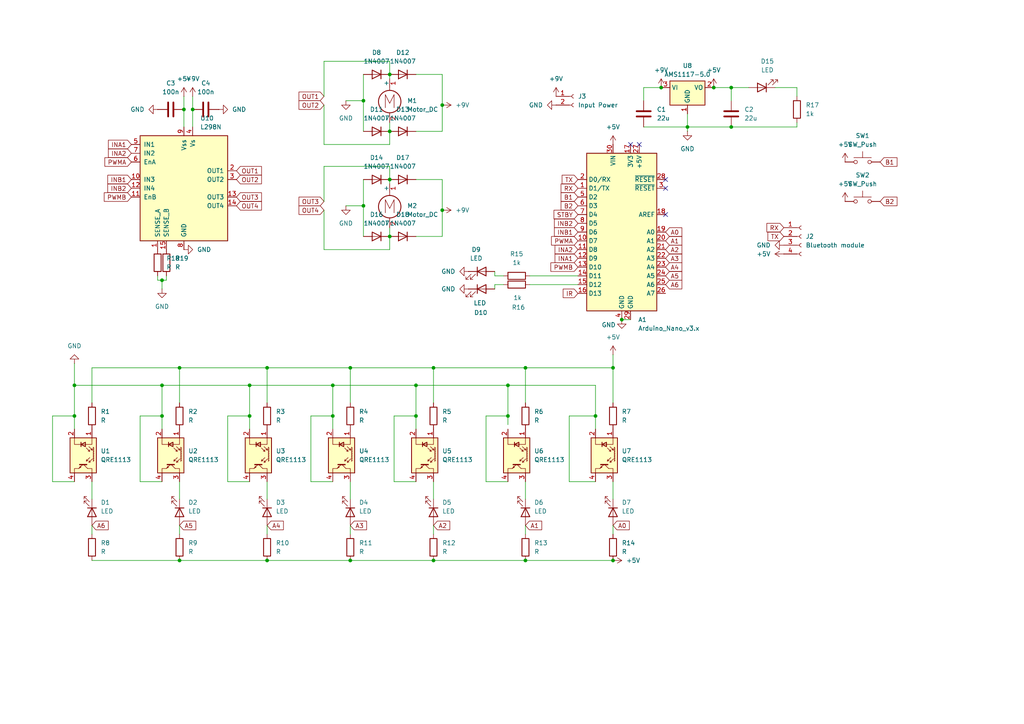
<source format=kicad_sch>
(kicad_sch (version 20231120) (generator "eeschema") (generator_version "8.0")
  (paper "A4")
  (title_block (title "LFR PCB with IR array") (date "2024-07-30") (rev "2.0") (company "BRAC University Robotics Lab. By Al Mahir Ahmed"))
  (lib_symbols
    (symbol "Connector:Conn_01x02_Socket" (pin_names (offset 1.016) hide)
      (property "Reference" "J" (at 0 2.54 0))
      (property "Value" "Conn_01x02_Socket" (at 0 -5.08 0))
      (symbol "Conn_01x02_Socket_1_1"
        (pin passive line (at -5.08 0 0) (length 3.81) (name "Pin_1") (number "1"))
        (pin passive line (at -5.08 -2.54 0) (length 3.81) (name "Pin_2") (number "2"))
      )
    )
    (symbol "Connector:Conn_01x04_Socket" (pin_names (offset 1.016) hide)
      (property "Reference" "J" (at 0 5.08 0))
      (property "Value" "Conn_01x04_Socket" (at 0 -7.62 0))
      (symbol "Conn_01x04_Socket_1_1"
        (pin passive line (at -5.08 2.54 0) (length 3.81) (name "Pin_1") (number "1"))
        (pin passive line (at -5.08 0 0) (length 3.81) (name "Pin_2") (number "2"))
        (pin passive line (at -5.08 -2.54 0) (length 3.81) (name "Pin_3") (number "3"))
        (pin passive line (at -5.08 -5.08 0) (length 3.81) (name "Pin_4") (number "4"))
      )
    )
    (symbol "Device:C" (pin_numbers hide) (pin_names (offset 0.254))
      (property "Reference" "C" (at 0.635 2.54 0))
      (property "Value" "C" (at 0.635 -2.54 0))
      (symbol "C_1_1"
        (pin passive line (at 0 3.81 270) (length 2.794) (name "~") (number "1"))
        (pin passive line (at 0 -3.81 90) (length 2.794) (name "~") (number "2"))
      )
    )
    (symbol "Device:LED" (pin_numbers hide) (pin_names (offset 1.016) hide)
      (property "Reference" "D" (at 0 2.54 0))
      (property "Value" "LED" (at 0 -2.54 0))
      (symbol "LED_1_1"
        (pin passive line (at -3.81 0 0) (length 2.54) (name "K") (number "1"))
        (pin passive line (at 3.81 0 180) (length 2.54) (name "A") (number "2"))
      )
    )
    (symbol "Device:R" (pin_numbers hide) (pin_names (offset 0))
      (property "Reference" "R" (at 2.032 0 90))
      (property "Value" "R" (at 0 0 90))
      (symbol "R_1_1"
        (pin passive line (at 0 3.81 270) (length 1.27) (name "~") (number "1"))
        (pin passive line (at 0 -3.81 90) (length 1.27) (name "~") (number "2"))
      )
    )
    (symbol "Diode:1N4007" (pin_numbers hide) (pin_names hide)
      (property "Reference" "D" (at 0 2.54 0))
      (property "Value" "1N4007" (at 0 -2.54 0))
      (symbol "1N4007_1_1"
        (pin passive line (at -3.81 0 0) (length 2.54) (name "K") (number "1"))
        (pin passive line (at 3.81 0 180) (length 2.54) (name "A") (number "2"))
      )
    )
    (symbol "Driver_Motor:L298N" (pin_names (offset 1.016))
      (property "Reference" "U" (at -10.16 16.51 0))
      (property "Value" "L298N" (at 12.7 16.51 0))
      (symbol "L298N_1_1"
        (pin power_in line (at -7.62 -17.78 90) (length 2.54) (name "SENSE_A") (number "1"))
        (pin input line (at -15.24 2.54 0) (length 2.54) (name "IN3") (number "10"))
        (pin input line (at -15.24 -2.54 0) (length 2.54) (name "EnB") (number "11"))
        (pin input line (at -15.24 0 0) (length 2.54) (name "IN4") (number "12"))
        (pin output line (at 15.24 -2.54 180) (length 2.54) (name "OUT3") (number "13"))
        (pin output line (at 15.24 -5.08 180) (length 2.54) (name "OUT4") (number "14"))
        (pin power_in line (at -5.08 -17.78 90) (length 2.54) (name "SENSE_B") (number "15"))
        (pin output line (at 15.24 5.08 180) (length 2.54) (name "OUT1") (number "2"))
        (pin output line (at 15.24 2.54 180) (length 2.54) (name "OUT2") (number "3"))
        (pin power_in line (at 2.54 17.78 270) (length 2.54) (name "Vs") (number "4"))
        (pin input line (at -15.24 12.7 0) (length 2.54) (name "IN1") (number "5"))
        (pin input line (at -15.24 7.62 0) (length 2.54) (name "EnA") (number "6"))
        (pin input line (at -15.24 10.16 0) (length 2.54) (name "IN2") (number "7"))
        (pin power_in line (at 0 -17.78 90) (length 2.54) (name "GND") (number "8"))
        (pin power_in line (at 0 17.78 270) (length 2.54) (name "Vss") (number "9"))
      )
    )
    (symbol "MCU_Module:Arduino_Nano_v3.x"
      (property "Reference" "A" (at -10.16 23.495 0))
      (property "Value" "Arduino_Nano_v3.x" (at 5.08 -24.13 0))
      (symbol "Arduino_Nano_v3.x_1_1"
        (pin bidirectional line (at -12.7 12.7 0) (length 2.54) (name "D1/TX") (number "1"))
        (pin bidirectional line (at -12.7 -2.54 0) (length 2.54) (name "D7") (number "10"))
        (pin bidirectional line (at -12.7 -5.08 0) (length 2.54) (name "D8") (number "11"))
        (pin bidirectional line (at -12.7 -7.62 0) (length 2.54) (name "D9") (number "12"))
        (pin bidirectional line (at -12.7 -10.16 0) (length 2.54) (name "D10") (number "13"))
        (pin bidirectional line (at -12.7 -12.7 0) (length 2.54) (name "D11") (number "14"))
        (pin bidirectional line (at -12.7 -15.24 0) (length 2.54) (name "D12") (number "15"))
        (pin bidirectional line (at -12.7 -17.78 0) (length 2.54) (name "D13") (number "16"))
        (pin power_out line (at 2.54 25.4 270) (length 2.54) (name "3V3") (number "17"))
        (pin input line (at 12.7 5.08 180) (length 2.54) (name "AREF") (number "18"))
        (pin bidirectional line (at 12.7 0 180) (length 2.54) (name "A0") (number "19"))
        (pin bidirectional line (at -12.7 15.24 0) (length 2.54) (name "D0/RX") (number "2"))
        (pin bidirectional line (at 12.7 -2.54 180) (length 2.54) (name "A1") (number "20"))
        (pin bidirectional line (at 12.7 -5.08 180) (length 2.54) (name "A2") (number "21"))
        (pin bidirectional line (at 12.7 -7.62 180) (length 2.54) (name "A3") (number "22"))
        (pin bidirectional line (at 12.7 -10.16 180) (length 2.54) (name "A4") (number "23"))
        (pin bidirectional line (at 12.7 -12.7 180) (length 2.54) (name "A5") (number "24"))
        (pin bidirectional line (at 12.7 -15.24 180) (length 2.54) (name "A6") (number "25"))
        (pin bidirectional line (at 12.7 -17.78 180) (length 2.54) (name "A7") (number "26"))
        (pin power_out line (at 5.08 25.4 270) (length 2.54) (name "+5V") (number "27"))
        (pin input line (at 12.7 15.24 180) (length 2.54) (name "~{RESET}") (number "28"))
        (pin power_in line (at 2.54 -25.4 90) (length 2.54) (name "GND") (number "29"))
        (pin input line (at 12.7 12.7 180) (length 2.54) (name "~{RESET}") (number "3"))
        (pin power_in line (at -2.54 25.4 270) (length 2.54) (name "VIN") (number "30"))
        (pin power_in line (at 0 -25.4 90) (length 2.54) (name "GND") (number "4"))
        (pin bidirectional line (at -12.7 10.16 0) (length 2.54) (name "D2") (number "5"))
        (pin bidirectional line (at -12.7 7.62 0) (length 2.54) (name "D3") (number "6"))
        (pin bidirectional line (at -12.7 5.08 0) (length 2.54) (name "D4") (number "7"))
        (pin bidirectional line (at -12.7 2.54 0) (length 2.54) (name "D5") (number "8"))
        (pin bidirectional line (at -12.7 0 0) (length 2.54) (name "D6") (number "9"))
      )
    )
    (symbol "Motor:Motor_DC" (pin_names (offset 0))
      (property "Reference" "M" (at 2.54 2.54 0))
      (property "Value" "Motor_DC" (at 2.54 -5.08 0))
      (symbol "Motor_DC_1_1"
        (pin passive line (at 0 5.08 270) (length 2.54) (name "+") (number "1"))
        (pin passive line (at 0 -7.62 90) (length 2.54) (name "-") (number "2"))
      )
    )
    (symbol "Regulator_Linear:AMS1117-5.0"
      (property "Reference" "U" (at -3.81 3.175 0))
      (property "Value" "AMS1117-5.0" (at 0 3.175 0))
      (symbol "AMS1117-5.0_1_1"
        (pin power_in line (at 0 -7.62 90) (length 2.54) (name "GND") (number "1"))
        (pin power_out line (at 7.62 0 180) (length 2.54) (name "VO") (number "2"))
        (pin power_in line (at -7.62 0 0) (length 2.54) (name "VI") (number "3"))
      )
    )
    (symbol "Sensor_Proximity:QRE1113" (pin_names (offset 0.0254) hide)
      (property "Reference" "U" (at -3.81 5.08 0))
      (property "Value" "QRE1113" (at 8.89 5.08 0))
      (symbol "QRE1113_1_1"
        (pin passive line (at -7.62 2.54 0) (length 2.54) (name "A") (number "1"))
        (pin passive line (at -7.62 -2.54 0) (length 2.54) (name "K") (number "2"))
        (pin open_collector line (at 7.62 2.54 180) (length 2.54) (name "~") (number "3"))
        (pin open_emitter line (at 7.62 -2.54 180) (length 2.54) (name "~") (number "4"))
      )
    )
    (symbol "Switch:SW_Push" (pin_numbers hide) (pin_names (offset 1.016) hide)
      (property "Reference" "SW" (at 1.27 2.54 0))
      (property "Value" "SW_Push" (at 0 -1.524 0))
      (symbol "SW_Push_0_1"
        (pin passive line (at -5.08 0 0) (length 2.54) (name "1") (number "1"))
        (pin passive line (at 5.08 0 180) (length 2.54) (name "2") (number "2"))
      )
    )
    (symbol "power:+5V" (power) (pin_numbers hide) (pin_names (offset 0) hide)
      (property "Value" "+5V" (at 0 3.556 0))
      (symbol "+5V_1_1"
        (pin power_in line (at 0 0 90) (length 0) (name "~") (number "1"))
      )
    )
    (symbol "power:+9V" (power) (pin_numbers hide) (pin_names (offset 0) hide)
      (property "Value" "+9V" (at 0 3.556 0))
      (symbol "+9V_1_1"
        (pin power_in line (at 0 0 90) (length 0) (name "~") (number "1"))
      )
    )
    (symbol "power:GND" (power) (pin_numbers hide) (pin_names (offset 0) hide)
      (property "Value" "GND" (at 0 -3.81 0))
      (symbol "GND_1_1"
        (pin power_in line (at 0 0 270) (length 0) (name "~") (number "1"))
      )
    )
  )
  (junction (at 152.4 162.56))
  (junction (at 101.6 106.68))
  (junction (at 46.99 111.76))
  (junction (at 152.4 106.68))
  (junction (at 46.99 120.65))
  (junction (at 72.39 120.65))
  (junction (at 52.07 106.68))
  (junction (at 191.77 25.4))
  (junction (at 72.39 111.76))
  (junction (at 55.88 31.75))
  (junction (at 147.32 120.65))
  (junction (at 113.03 52.07))
  (junction (at 120.65 111.76))
  (junction (at 177.8 162.56))
  (junction (at 53.34 31.75))
  (junction (at 199.39 36.83))
  (junction (at 105.41 29.21))
  (junction (at 120.65 120.65))
  (junction (at 113.03 21.59))
  (junction (at 177.8 106.68))
  (junction (at 105.41 59.69))
  (junction (at 77.47 162.56))
  (junction (at 212.09 36.83))
  (junction (at 96.52 120.65))
  (junction (at 147.32 111.76))
  (junction (at 128.27 60.96))
  (junction (at 180.34 92.71))
  (junction (at 125.73 106.68))
  (junction (at 128.27 30.48))
  (junction (at 96.52 111.76))
  (junction (at 172.72 120.65))
  (junction (at 21.59 111.76))
  (junction (at 113.03 68.58))
  (junction (at 212.09 25.4))
  (junction (at 52.07 162.56))
  (junction (at 207.01 25.4))
  (junction (at 46.99 81.28))
  (junction (at 101.6 162.56))
  (junction (at 125.73 162.56))
  (junction (at 113.03 38.1))
  (junction (at 21.59 120.65))
  (junction (at 77.47 106.68))
  (no_connect (at 193.04 62.23))
  (no_connect (at 185.42 41.91))
  (no_connect (at 193.04 52.07))
  (no_connect (at 193.04 54.61))
  (no_connect (at 182.88 41.91))
  (wire (pts (xy 26.67 162.56) (xy 52.07 162.56)))
  (wire (pts (xy 21.59 111.76) (xy 21.59 120.65)))
  (wire (pts (xy 172.72 120.65) (xy 172.72 111.76)))
  (wire (pts (xy 128.27 38.1) (xy 120.65 38.1)))
  (wire (pts (xy 77.47 106.68) (xy 101.6 106.68)))
  (wire (pts (xy 21.59 120.65) (xy 21.59 124.46)))
  (wire (pts (xy 101.6 162.56) (xy 125.73 162.56)))
  (wire (pts (xy 113.03 72.39) (xy 113.03 68.58)))
  (wire (pts (xy 26.67 106.68) (xy 52.07 106.68)))
  (wire (pts (xy 100.33 59.69) (xy 105.41 59.69)))
  (wire (pts (xy 72.39 111.76) (xy 72.39 120.65)))
  (wire (pts (xy 52.07 144.78) (xy 52.07 139.7)))
  (wire (pts (xy 46.99 81.28) (xy 48.26 81.28)))
  (wire (pts (xy 93.98 48.26) (xy 113.03 48.26)))
  (wire (pts (xy 120.65 111.76) (xy 120.65 120.65)))
  (wire (pts (xy 125.73 162.56) (xy 152.4 162.56)))
  (wire (pts (xy 212.09 25.4) (xy 217.17 25.4)))
  (wire (pts (xy 199.39 33.02) (xy 199.39 36.83)))
  (wire (pts (xy 147.32 120.65) (xy 147.32 111.76)))
  (wire (pts (xy 101.6 144.78) (xy 101.6 139.7)))
  (wire (pts (xy 48.26 81.28) (xy 48.26 80.01)))
  (wire (pts (xy 45.72 80.01) (xy 45.72 81.28)))
  (wire (pts (xy 120.65 111.76) (xy 96.52 111.76)))
  (wire (pts (xy 224.79 25.4) (xy 231.14 25.4)))
  (wire (pts (xy 113.03 41.91) (xy 113.03 38.1)))
  (wire (pts (xy 120.65 120.65) (xy 120.65 124.46)))
  (wire (pts (xy 128.27 30.48) (xy 128.27 38.1)))
  (wire (pts (xy 177.8 102.87) (xy 177.8 106.68)))
  (wire (pts (xy 46.99 81.28) (xy 46.99 83.82)))
  (wire (pts (xy 105.41 21.59) (xy 105.41 29.21)))
  (wire (pts (xy 120.65 139.7) (xy 114.3 139.7)))
  (wire (pts (xy 53.34 27.94) (xy 53.34 31.75)))
  (wire (pts (xy 177.8 152.4) (xy 177.8 154.94)))
  (wire (pts (xy 231.14 25.4) (xy 231.14 27.94)))
  (wire (pts (xy 113.03 68.58) (xy 113.03 66.04)))
  (wire (pts (xy 21.59 139.7) (xy 15.24 139.7)))
  (wire (pts (xy 191.77 25.4) (xy 186.69 25.4)))
  (wire (pts (xy 147.32 111.76) (xy 172.72 111.76)))
  (wire (pts (xy 15.24 120.65) (xy 21.59 120.65)))
  (wire (pts (xy 101.6 152.4) (xy 101.6 154.94)))
  (wire (pts (xy 207.01 25.4) (xy 212.09 25.4)))
  (wire (pts (xy 140.97 120.65) (xy 147.32 120.65)))
  (wire (pts (xy 105.41 29.21) (xy 105.41 38.1)))
  (wire (pts (xy 96.52 139.7) (xy 90.17 139.7)))
  (wire (pts (xy 66.04 120.65) (xy 72.39 120.65)))
  (wire (pts (xy 147.32 139.7) (xy 140.97 139.7)))
  (wire (pts (xy 96.52 120.65) (xy 96.52 124.46)))
  (wire (pts (xy 128.27 68.58) (xy 120.65 68.58)))
  (wire (pts (xy 26.67 116.84) (xy 26.67 106.68)))
  (wire (pts (xy 120.65 111.76) (xy 147.32 111.76)))
  (wire (pts (xy 172.72 124.46) (xy 172.72 120.65)))
  (wire (pts (xy 46.99 120.65) (xy 46.99 124.46)))
  (wire (pts (xy 125.73 116.84) (xy 125.73 106.68)))
  (wire (pts (xy 165.1 120.65) (xy 172.72 120.65)))
  (wire (pts (xy 55.88 31.75) (xy 55.88 36.83)))
  (wire (pts (xy 46.99 111.76) (xy 21.59 111.76)))
  (wire (pts (xy 113.03 38.1) (xy 113.03 35.56)))
  (wire (pts (xy 52.07 162.56) (xy 77.47 162.56)))
  (wire (pts (xy 101.6 116.84) (xy 101.6 106.68)))
  (wire (pts (xy 93.98 72.39) (xy 113.03 72.39)))
  (wire (pts (xy 52.07 116.84) (xy 52.07 106.68)))
  (wire (pts (xy 55.88 27.94) (xy 55.88 31.75)))
  (wire (pts (xy 120.65 21.59) (xy 128.27 21.59)))
  (wire (pts (xy 77.47 162.56) (xy 101.6 162.56)))
  (wire (pts (xy 53.34 31.75) (xy 53.34 36.83)))
  (wire (pts (xy 128.27 21.59) (xy 128.27 30.48)))
  (wire (pts (xy 77.47 144.78) (xy 77.47 139.7)))
  (wire (pts (xy 105.41 52.07) (xy 105.41 59.69)))
  (wire (pts (xy 128.27 60.96) (xy 128.27 68.58)))
  (wire (pts (xy 113.03 52.07) (xy 113.03 53.34)))
  (wire (pts (xy 140.97 139.7) (xy 140.97 120.65)))
  (wire (pts (xy 199.39 36.83) (xy 199.39 38.1)))
  (wire (pts (xy 114.3 139.7) (xy 114.3 120.65)))
  (wire (pts (xy 96.52 111.76) (xy 72.39 111.76)))
  (wire (pts (xy 26.67 144.78) (xy 26.67 139.7)))
  (wire (pts (xy 125.73 106.68) (xy 152.4 106.68)))
  (wire (pts (xy 93.98 60.96) (xy 93.98 72.39)))
  (wire (pts (xy 40.64 120.65) (xy 46.99 120.65)))
  (wire (pts (xy 93.98 58.42) (xy 93.98 48.26)))
  (wire (pts (xy 143.51 82.55) (xy 146.05 82.55)))
  (wire (pts (xy 15.24 139.7) (xy 15.24 120.65)))
  (wire (pts (xy 231.14 36.83) (xy 212.09 36.83)))
  (wire (pts (xy 152.4 116.84) (xy 152.4 106.68)))
  (wire (pts (xy 152.4 144.78) (xy 152.4 139.7)))
  (wire (pts (xy 152.4 152.4) (xy 152.4 154.94)))
  (wire (pts (xy 231.14 35.56) (xy 231.14 36.83)))
  (wire (pts (xy 177.8 106.68) (xy 177.8 116.84)))
  (wire (pts (xy 96.52 111.76) (xy 96.52 120.65)))
  (wire (pts (xy 120.65 52.07) (xy 128.27 52.07)))
  (wire (pts (xy 45.72 81.28) (xy 46.99 81.28)))
  (wire (pts (xy 177.8 144.78) (xy 177.8 139.7)))
  (wire (pts (xy 93.98 41.91) (xy 113.03 41.91)))
  (wire (pts (xy 90.17 139.7) (xy 90.17 120.65)))
  (wire (pts (xy 180.34 92.71) (xy 182.88 92.71)))
  (wire (pts (xy 93.98 27.94) (xy 93.98 17.78)))
  (wire (pts (xy 143.51 80.01) (xy 146.05 80.01)))
  (wire (pts (xy 105.41 59.69) (xy 105.41 68.58)))
  (wire (pts (xy 90.17 120.65) (xy 96.52 120.65)))
  (wire (pts (xy 93.98 30.48) (xy 93.98 41.91)))
  (wire (pts (xy 143.51 78.74) (xy 143.51 80.01)))
  (wire (pts (xy 186.69 36.83) (xy 199.39 36.83)))
  (wire (pts (xy 152.4 106.68) (xy 177.8 106.68)))
  (wire (pts (xy 172.72 139.7) (xy 165.1 139.7)))
  (wire (pts (xy 52.07 106.68) (xy 77.47 106.68)))
  (wire (pts (xy 125.73 144.78) (xy 125.73 139.7)))
  (wire (pts (xy 128.27 52.07) (xy 128.27 60.96)))
  (wire (pts (xy 167.64 82.55) (xy 153.67 82.55)))
  (wire (pts (xy 114.3 120.65) (xy 120.65 120.65)))
  (wire (pts (xy 52.07 152.4) (xy 52.07 154.94)))
  (wire (pts (xy 93.98 17.78) (xy 113.03 17.78)))
  (wire (pts (xy 186.69 25.4) (xy 186.69 29.21)))
  (wire (pts (xy 46.99 139.7) (xy 40.64 139.7)))
  (wire (pts (xy 72.39 139.7) (xy 66.04 139.7)))
  (wire (pts (xy 66.04 139.7) (xy 66.04 120.65)))
  (wire (pts (xy 77.47 116.84) (xy 77.47 106.68)))
  (wire (pts (xy 40.64 139.7) (xy 40.64 120.65)))
  (wire (pts (xy 72.39 111.76) (xy 46.99 111.76)))
  (wire (pts (xy 21.59 105.41) (xy 21.59 111.76)))
  (wire (pts (xy 46.99 111.76) (xy 46.99 120.65)))
  (wire (pts (xy 72.39 120.65) (xy 72.39 124.46)))
  (wire (pts (xy 77.47 152.4) (xy 77.47 154.94)))
  (wire (pts (xy 113.03 17.78) (xy 113.03 21.59)))
  (wire (pts (xy 143.51 83.82) (xy 143.51 82.55)))
  (wire (pts (xy 113.03 21.59) (xy 113.03 22.86)))
  (wire (pts (xy 165.1 139.7) (xy 165.1 120.65)))
  (wire (pts (xy 152.4 162.56) (xy 177.8 162.56)))
  (wire (pts (xy 125.73 152.4) (xy 125.73 154.94)))
  (wire (pts (xy 113.03 48.26) (xy 113.03 52.07)))
  (wire (pts (xy 199.39 36.83) (xy 212.09 36.83)))
  (wire (pts (xy 212.09 25.4) (xy 212.09 29.21)))
  (wire (pts (xy 153.67 80.01) (xy 167.64 80.01)))
  (wire (pts (xy 147.32 123.19) (xy 147.32 120.65)))
  (wire (pts (xy 26.67 152.4) (xy 26.67 154.94)))
  (wire (pts (xy 100.33 29.21) (xy 105.41 29.21)))
  (wire (pts (xy 101.6 106.68) (xy 125.73 106.68)))
  (global_label "OUT2" (shape input) (at 93.98 30.48 180) (property "Intersheetrefs" "${INTERSHEET_REFS}" (effects (hide yes))))
  (global_label "A2" (shape input) (at 193.04 72.39 0) (property "Intersheetrefs" "${INTERSHEET_REFS}" (effects (hide yes))))
  (global_label "INA2" (shape input) (at 167.64 72.39 180) (property "Intersheetrefs" "${INTERSHEET_REFS}" (effects (hide yes))))
  (global_label "A2" (shape input) (at 125.73 152.4 0) (property "Intersheetrefs" "${INTERSHEET_REFS}" (effects (hide yes))))
  (global_label "INB2" (shape input) (at 38.1 54.61 180) (property "Intersheetrefs" "${INTERSHEET_REFS}" (effects (hide yes))))
  (global_label "B1" (shape input) (at 167.64 57.15 180) (property "Intersheetrefs" "${INTERSHEET_REFS}" (effects (hide yes))))
  (global_label "INB1" (shape input) (at 167.64 67.31 180) (property "Intersheetrefs" "${INTERSHEET_REFS}" (effects (hide yes))))
  (global_label "PWMB" (shape input) (at 38.1 57.15 180) (property "Intersheetrefs" "${INTERSHEET_REFS}" (effects (hide yes))))
  (global_label "PWMA" (shape input) (at 167.64 69.85 180) (property "Intersheetrefs" "${INTERSHEET_REFS}" (effects (hide yes))))
  (global_label "OUT4" (shape input) (at 68.58 59.69 0) (property "Intersheetrefs" "${INTERSHEET_REFS}" (effects (hide yes))))
  (global_label "RX" (shape input) (at 167.64 54.61 180) (property "Intersheetrefs" "${INTERSHEET_REFS}" (effects (hide yes))))
  (global_label "RX" (shape input) (at 227.33 66.04 180) (property "Intersheetrefs" "${INTERSHEET_REFS}" (effects (hide yes))))
  (global_label "B1" (shape input) (at 255.27 46.99 0) (property "Intersheetrefs" "${INTERSHEET_REFS}" (effects (hide yes))))
  (global_label "PWMA" (shape input) (at 38.1 46.99 180) (property "Intersheetrefs" "${INTERSHEET_REFS}" (effects (hide yes))))
  (global_label "OUT1" (shape input) (at 68.58 49.53 0) (property "Intersheetrefs" "${INTERSHEET_REFS}" (effects (hide yes))))
  (global_label "INA1" (shape input) (at 38.1 41.91 180) (property "Intersheetrefs" "${INTERSHEET_REFS}" (effects (hide yes))))
  (global_label "INA1" (shape input) (at 167.64 74.93 180) (property "Intersheetrefs" "${INTERSHEET_REFS}" (effects (hide yes))))
  (global_label "A0" (shape input) (at 193.04 67.31 0) (property "Intersheetrefs" "${INTERSHEET_REFS}" (effects (hide yes))))
  (global_label "TX" (shape input) (at 227.33 68.58 180) (property "Intersheetrefs" "${INTERSHEET_REFS}" (effects (hide yes))))
  (global_label "B2" (shape input) (at 255.27 58.42 0) (property "Intersheetrefs" "${INTERSHEET_REFS}" (effects (hide yes))))
  (global_label "TX" (shape input) (at 167.64 52.07 180) (property "Intersheetrefs" "${INTERSHEET_REFS}" (effects (hide yes))))
  (global_label "A3" (shape input) (at 101.6 152.4 0) (property "Intersheetrefs" "${INTERSHEET_REFS}" (effects (hide yes))))
  (global_label "A3" (shape input) (at 193.04 74.93 0) (property "Intersheetrefs" "${INTERSHEET_REFS}" (effects (hide yes))))
  (global_label "OUT2" (shape input) (at 68.58 52.07 0) (property "Intersheetrefs" "${INTERSHEET_REFS}" (effects (hide yes))))
  (global_label "A1" (shape input) (at 152.4 152.4 0) (property "Intersheetrefs" "${INTERSHEET_REFS}" (effects (hide yes))))
  (global_label "A1" (shape input) (at 193.04 69.85 0) (property "Intersheetrefs" "${INTERSHEET_REFS}" (effects (hide yes))))
  (global_label "A6" (shape input) (at 193.04 82.55 0) (property "Intersheetrefs" "${INTERSHEET_REFS}" (effects (hide yes))))
  (global_label "A5" (shape input) (at 193.04 80.01 0) (property "Intersheetrefs" "${INTERSHEET_REFS}" (effects (hide yes))))
  (global_label "INA2" (shape input) (at 38.1 44.45 180) (property "Intersheetrefs" "${INTERSHEET_REFS}" (effects (hide yes))))
  (global_label "A4" (shape input) (at 77.47 152.4 0) (property "Intersheetrefs" "${INTERSHEET_REFS}" (effects (hide yes))))
  (global_label "IR" (shape input) (at 167.64 85.09 180) (property "Intersheetrefs" "${INTERSHEET_REFS}" (effects (hide yes))))
  (global_label "PWMB" (shape input) (at 167.64 77.47 180) (property "Intersheetrefs" "${INTERSHEET_REFS}" (effects (hide yes))))
  (global_label "STBY" (shape input) (at 167.64 62.23 180) (property "Intersheetrefs" "${INTERSHEET_REFS}" (effects (hide yes))))
  (global_label "OUT4" (shape input) (at 93.98 60.96 180) (property "Intersheetrefs" "${INTERSHEET_REFS}" (effects (hide yes))))
  (global_label "A4" (shape input) (at 193.04 77.47 0) (property "Intersheetrefs" "${INTERSHEET_REFS}" (effects (hide yes))))
  (global_label "A5" (shape input) (at 52.07 152.4 0) (property "Intersheetrefs" "${INTERSHEET_REFS}" (effects (hide yes))))
  (global_label "A6" (shape input) (at 26.67 152.4 0) (property "Intersheetrefs" "${INTERSHEET_REFS}" (effects (hide yes))))
  (global_label "OUT3" (shape input) (at 68.58 57.15 0) (property "Intersheetrefs" "${INTERSHEET_REFS}" (effects (hide yes))))
  (global_label "A0" (shape input) (at 177.8 152.4 0) (property "Intersheetrefs" "${INTERSHEET_REFS}" (effects (hide yes))))
  (global_label "OUT1" (shape input) (at 93.98 27.94 180) (property "Intersheetrefs" "${INTERSHEET_REFS}" (effects (hide yes))))
  (global_label "INB1" (shape input) (at 38.1 52.07 180) (property "Intersheetrefs" "${INTERSHEET_REFS}" (effects (hide yes))))
  (global_label "OUT3" (shape input) (at 93.98 58.42 180) (property "Intersheetrefs" "${INTERSHEET_REFS}" (effects (hide yes))))
  (global_label "INB2" (shape input) (at 167.64 64.77 180) (property "Intersheetrefs" "${INTERSHEET_REFS}" (effects (hide yes))))
  (global_label "B2" (shape input) (at 167.64 59.69 180) (property "Intersheetrefs" "${INTERSHEET_REFS}" (effects (hide yes))))
  (symbol (lib_id "Device:R") (at 52.07 158.75 0) (unit 1)
    (property "Reference" "R9" (at 54.61 157.4799 0) (effects (justify left)))
    (property "Value" "R" (at 54.61 160.0199 0) (effects (justify left)))
    (property "Footprint" "Resistor_THT:R_Axial_DIN0204_L3.6mm_D1.6mm_P5.08mm_Horizontal" (effects (hide yes)))
    (property "Description" "Resistor" (effects (hide yes)))
  )
  (symbol (lib_id "Sensor_Proximity:QRE1113") (at 123.19 132.08 270) (unit 1)
    (property "Reference" "U5" (at 128.27 130.8099 90) (effects (justify left)))
    (property "Value" "QRE1113" (at 128.27 133.3499 90) (effects (justify left)))
    (property "Footprint" "OptoDevice:OnSemi_CASE100AQ" (effects (hide yes)))
    (property "Datasheet" "http://www.onsemi.com/pub/Collateral/QRE1113-D.PDF" (effects (hide yes)))
    (property "Description" "Miniature Reflective Optical Object Sensor, DIP-like THT-package" (effects (hide yes)))
  )
  (symbol (lib_id "Device:R") (at 26.67 120.65 0) (unit 1)
    (property "Reference" "R1" (at 29.21 119.3799 0) (effects (justify left)))
    (property "Value" "R" (at 29.21 121.9199 0) (effects (justify left)))
    (property "Footprint" "Resistor_THT:R_Axial_DIN0204_L3.6mm_D1.6mm_P5.08mm_Horizontal" (effects (hide yes)))
    (property "Description" "Resistor" (effects (hide yes)))
  )
  (symbol (lib_id "Device:R") (at 26.67 158.75 0) (unit 1)
    (property "Reference" "R8" (at 29.21 157.4799 0) (effects (justify left)))
    (property "Value" "R" (at 29.21 160.0199 0) (effects (justify left)))
    (property "Footprint" "Resistor_THT:R_Axial_DIN0204_L3.6mm_D1.6mm_P5.08mm_Horizontal" (effects (hide yes)))
    (property "Description" "Resistor" (effects (hide yes)))
  )
  (symbol (lib_id "power:GND") (at 45.72 31.75 270) (unit 1)
    (property "Reference" "#PWR019" (effects (hide yes)))
    (property "Value" "GND" (at 41.91 31.7499 90) (effects (justify right)))
    (property "Description" "Power symbol creates a global label with name \"GND\" , ground" (effects (hide yes)))
  )
  (symbol (lib_id "Sensor_Proximity:QRE1113") (at 99.06 132.08 270) (unit 1)
    (property "Reference" "U4" (at 104.14 130.8099 90) (effects (justify left)))
    (property "Value" "QRE1113" (at 104.14 133.3499 90) (effects (justify left)))
    (property "Footprint" "OptoDevice:OnSemi_CASE100AQ" (effects (hide yes)))
    (property "Datasheet" "http://www.onsemi.com/pub/Collateral/QRE1113-D.PDF" (effects (hide yes)))
    (property "Description" "Miniature Reflective Optical Object Sensor, DIP-like THT-package" (effects (hide yes)))
  )
  (symbol (lib_id "Diode:1N4007") (at 109.22 52.07 180) (unit 1)
    (property "Reference" "D14" (at 109.22 45.72 0))
    (property "Value" "1N4007" (at 109.22 48.26 0))
    (property "Footprint" "Diode_THT:D_DO-41_SOD81_P10.16mm_Horizontal" (effects (hide yes)))
    (property "Datasheet" "http://www.vishay.com/docs/88503/1n4001.pdf" (effects (hide yes)))
    (property "Description" "1000V 1A General Purpose Rectifier Diode, DO-41" (effects (hide yes)))
    (property "Sim.Device" "D" (effects (hide yes)))
    (property "Sim.Pins" "1=K 2=A" (effects (hide yes)))
  )
  (symbol (lib_id "power:GND") (at 100.33 59.69 0) (unit 1)
    (property "Reference" "#PWR020" (effects (hide yes)))
    (property "Value" "GND" (at 100.33 64.77 0))
    (property "Description" "Power symbol creates a global label with name \"GND\" , ground" (effects (hide yes)))
  )
  (symbol (lib_id "power:GND") (at 135.89 83.82 270) (unit 1)
    (property "Reference" "#PWR011" (effects (hide yes)))
    (property "Value" "GND" (at 132.08 83.8199 90) (effects (justify right)))
    (property "Description" "Power symbol creates a global label with name \"GND\" , ground" (effects (hide yes)))
  )
  (symbol (lib_id "Device:R") (at 77.47 120.65 0) (unit 1)
    (property "Reference" "R3" (at 80.01 119.3799 0) (effects (justify left)))
    (property "Value" "R" (at 80.01 121.9199 0) (effects (justify left)))
    (property "Footprint" "Resistor_THT:R_Axial_DIN0204_L3.6mm_D1.6mm_P5.08mm_Horizontal" (effects (hide yes)))
    (property "Description" "Resistor" (effects (hide yes)))
  )
  (symbol (lib_id "Diode:1N4007") (at 109.22 68.58 180) (unit 1)
    (property "Reference" "D16" (at 109.22 62.23 0))
    (property "Value" "1N4007" (at 109.22 64.77 0))
    (property "Footprint" "Diode_THT:D_DO-41_SOD81_P10.16mm_Horizontal" (effects (hide yes)))
    (property "Datasheet" "http://www.vishay.com/docs/88503/1n4001.pdf" (effects (hide yes)))
    (property "Description" "1000V 1A General Purpose Rectifier Diode, DO-41" (effects (hide yes)))
    (property "Sim.Device" "D" (effects (hide yes)))
    (property "Sim.Pins" "1=K 2=A" (effects (hide yes)))
  )
  (symbol (lib_id "power:+5V") (at 245.11 58.42 0) (unit 1)
    (property "Reference" "#PWR09" (effects (hide yes)))
    (property "Value" "+5V" (at 245.11 53.34 0))
    (property "Description" "Power symbol creates a global label with name \"+5V\"" (effects (hide yes)))
  )
  (symbol (lib_id "Device:LED") (at 52.07 148.59 270) (unit 1)
    (property "Reference" "D2" (at 54.61 145.7324 90) (effects (justify left)))
    (property "Value" "LED" (at 54.61 148.2724 90) (effects (justify left)))
    (property "Footprint" "LED_THT:LED_D5.0mm" (effects (hide yes)))
    (property "Description" "Light emitting diode" (effects (hide yes)))
  )
  (symbol (lib_id "Device:LED") (at 220.98 25.4 180) (unit 1)
    (property "Reference" "D15" (at 222.5675 17.78 0))
    (property "Value" "LED" (at 222.5675 20.32 0))
    (property "Footprint" "LED_THT:LED_D3.0mm" (effects (hide yes)))
    (property "Description" "Light emitting diode" (effects (hide yes)))
  )
  (symbol (lib_id "power:GND") (at 227.33 71.12 270) (unit 1)
    (property "Reference" "#PWR06" (effects (hide yes)))
    (property "Value" "GND" (at 223.52 71.1199 90) (effects (justify right)))
    (property "Description" "Power symbol creates a global label with name \"GND\" , ground" (effects (hide yes)))
  )
  (symbol (lib_id "Diode:1N4007") (at 116.84 21.59 180) (unit 1)
    (property "Reference" "D12" (at 116.84 15.24 0))
    (property "Value" "1N4007" (at 116.84 17.78 0))
    (property "Footprint" "Diode_THT:D_DO-41_SOD81_P10.16mm_Horizontal" (effects (hide yes)))
    (property "Datasheet" "http://www.vishay.com/docs/88503/1n4001.pdf" (effects (hide yes)))
    (property "Description" "1000V 1A General Purpose Rectifier Diode, DO-41" (effects (hide yes)))
    (property "Sim.Device" "D" (effects (hide yes)))
    (property "Sim.Pins" "1=K 2=A" (effects (hide yes)))
  )
  (symbol (lib_id "Device:C") (at 186.69 33.02 0) (unit 1)
    (property "Reference" "C1" (at 190.5 31.7499 0) (effects (justify left)))
    (property "Value" "22u" (at 190.5 34.2899 0) (effects (justify left)))
    (property "Footprint" "Capacitor_THT:CP_Radial_D5.0mm_P2.50mm" (effects (hide yes)))
    (property "Description" "Unpolarized capacitor" (effects (hide yes)))
  )
  (symbol (lib_id "power:GND") (at 46.99 83.82 0) (unit 1)
    (property "Reference" "#PWR021" (effects (hide yes)))
    (property "Value" "GND" (at 46.99 88.9 0))
    (property "Description" "Power symbol creates a global label with name \"GND\" , ground" (effects (hide yes)))
  )
  (symbol (lib_id "Device:R") (at 48.26 76.2 0) (unit 1)
    (property "Reference" "R19" (at 50.8 74.9299 0) (effects (justify left)))
    (property "Value" "R" (at 50.8 77.4699 0) (effects (justify left)))
    (property "Footprint" "Resistor_THT:R_Axial_DIN0204_L3.6mm_D1.6mm_P5.08mm_Horizontal" (effects (hide yes)))
    (property "Description" "Resistor" (effects (hide yes)))
  )
  (symbol (lib_id "Sensor_Proximity:QRE1113") (at 149.86 132.08 270) (unit 1)
    (property "Reference" "U6" (at 154.94 130.8099 90) (effects (justify left)))
    (property "Value" "QRE1113" (at 154.94 133.3499 90) (effects (justify left)))
    (property "Footprint" "OptoDevice:OnSemi_CASE100AQ" (effects (hide yes)))
    (property "Datasheet" "http://www.onsemi.com/pub/Collateral/QRE1113-D.PDF" (effects (hide yes)))
    (property "Description" "Miniature Reflective Optical Object Sensor, DIP-like THT-package" (effects (hide yes)))
  )
  (symbol (lib_id "power:+9V") (at 128.27 30.48 270) (unit 1)
    (property "Reference" "#PWR023" (effects (hide yes)))
    (property "Value" "+9V" (at 132.08 30.4799 90) (effects (justify left)))
    (property "Description" "Power symbol creates a global label with name \"+9V\"" (effects (hide yes)))
  )
  (symbol (lib_id "power:+9V") (at 161.29 27.94 0) (unit 1)
    (property "Reference" "#PWR013" (effects (hide yes)))
    (property "Value" "+9V" (at 161.29 22.86 0))
    (property "Description" "Power symbol creates a global label with name \"+9V\"" (effects (hide yes)))
  )
  (symbol (lib_id "power:GND") (at 135.89 78.74 270) (unit 1)
    (property "Reference" "#PWR010" (effects (hide yes)))
    (property "Value" "GND" (at 132.08 78.7399 90) (effects (justify right)))
    (property "Description" "Power symbol creates a global label with name \"GND\" , ground" (effects (hide yes)))
  )
  (symbol (lib_id "Sensor_Proximity:QRE1113") (at 175.26 132.08 270) (unit 1)
    (property "Reference" "U7" (at 180.34 130.8099 90) (effects (justify left)))
    (property "Value" "QRE1113" (at 180.34 133.3499 90) (effects (justify left)))
    (property "Footprint" "OptoDevice:OnSemi_CASE100AQ" (effects (hide yes)))
    (property "Datasheet" "http://www.onsemi.com/pub/Collateral/QRE1113-D.PDF" (effects (hide yes)))
    (property "Description" "Miniature Reflective Optical Object Sensor, DIP-like THT-package" (effects (hide yes)))
  )
  (symbol (lib_id "Device:R") (at 149.86 80.01 270) (unit 1)
    (property "Reference" "R15" (at 149.86 73.66 90))
    (property "Value" "1k" (at 149.86 76.2 90))
    (property "Footprint" "Resistor_THT:R_Axial_DIN0204_L3.6mm_D1.6mm_P5.08mm_Horizontal" (effects (hide yes)))
    (property "Description" "Resistor" (effects (hide yes)))
  )
  (symbol (lib_id "Device:R") (at 152.4 120.65 0) (unit 1)
    (property "Reference" "R6" (at 154.94 119.3799 0) (effects (justify left)))
    (property "Value" "R" (at 154.94 121.9199 0) (effects (justify left)))
    (property "Footprint" "Resistor_THT:R_Axial_DIN0204_L3.6mm_D1.6mm_P5.08mm_Horizontal" (effects (hide yes)))
    (property "Description" "Resistor" (effects (hide yes)))
  )
  (symbol (lib_id "Device:C") (at 49.53 31.75 90) (unit 1)
    (property "Reference" "C3" (at 49.53 24.13 90))
    (property "Value" "100n" (at 49.53 26.67 90))
    (property "Footprint" "Capacitor_THT:CP_Radial_D5.0mm_P2.00mm" (effects (hide yes)))
    (property "Description" "Unpolarized capacitor" (effects (hide yes)))
  )
  (symbol (lib_id "Regulator_Linear:AMS1117-5.0") (at 199.39 25.4 0) (unit 1)
    (property "Reference" "U8" (at 199.39 19.05 0))
    (property "Value" "AMS1117-5.0" (at 199.39 21.59 0))
    (property "Footprint" "Package_TO_SOT_SMD:SOT-223-3_TabPin2" (effects (hide yes)))
    (property "Datasheet" "http://www.advanced-monolithic.com/pdf/ds1117.pdf" (effects (hide yes)))
    (property "Description" "1A Low Dropout regulator, positive, 5.0V fixed output, SOT-223" (effects (hide yes)))
  )
  (symbol (lib_id "Device:LED") (at 152.4 148.59 270) (unit 1)
    (property "Reference" "D6" (at 154.94 145.7324 90) (effects (justify left)))
    (property "Value" "LED" (at 154.94 148.2724 90) (effects (justify left)))
    (property "Footprint" "LED_THT:LED_D5.0mm" (effects (hide yes)))
    (property "Description" "Light emitting diode" (effects (hide yes)))
  )
  (symbol (lib_id "Device:LED") (at 177.8 148.59 270) (unit 1)
    (property "Reference" "D7" (at 180.34 145.7324 90) (effects (justify left)))
    (property "Value" "LED" (at 180.34 148.2724 90) (effects (justify left)))
    (property "Footprint" "LED_THT:LED_D5.0mm" (effects (hide yes)))
    (property "Description" "Light emitting diode" (effects (hide yes)))
  )
  (symbol (lib_id "power:+5V") (at 177.8 162.56 270) (unit 1)
    (property "Reference" "#PWR03" (effects (hide yes)))
    (property "Value" "+5V" (at 181.61 162.5599 90) (effects (justify left)))
    (property "Description" "Power symbol creates a global label with name \"+5V\"" (effects (hide yes)))
  )
  (symbol (lib_id "power:GND") (at 63.5 31.75 90) (unit 1)
    (property "Reference" "#PWR05" (effects (hide yes)))
    (property "Value" "GND" (at 67.31 31.7499 90) (effects (justify right)))
    (property "Description" "Power symbol creates a global label with name \"GND\" , ground" (effects (hide yes)))
  )
  (symbol (lib_id "Device:C") (at 59.69 31.75 90) (unit 1)
    (property "Reference" "C4" (at 59.69 24.13 90))
    (property "Value" "100n" (at 59.69 26.67 90))
    (property "Footprint" "Capacitor_THT:CP_Radial_D5.0mm_P2.00mm" (effects (hide yes)))
    (property "Description" "Unpolarized capacitor" (effects (hide yes)))
  )
  (symbol (lib_id "power:GND") (at 180.34 92.71 0) (unit 1)
    (property "Reference" "#PWR015" (effects (hide yes)))
    (property "Value" "GND" (at 176.53 94.234 0))
    (property "Description" "Power symbol creates a global label with name \"GND\" , ground" (effects (hide yes)))
  )
  (symbol (lib_id "Device:R") (at 177.8 158.75 0) (unit 1)
    (property "Reference" "R14" (at 180.34 157.4799 0) (effects (justify left)))
    (property "Value" "R" (at 180.34 160.0199 0) (effects (justify left)))
    (property "Footprint" "Resistor_THT:R_Axial_DIN0204_L3.6mm_D1.6mm_P5.08mm_Horizontal" (effects (hide yes)))
    (property "Description" "Resistor" (effects (hide yes)))
  )
  (symbol (lib_id "MCU_Module:Arduino_Nano_v3.x") (at 180.34 67.31 0) (unit 1)
    (property "Reference" "A1" (at 185.0741 92.71 0) (effects (justify left)))
    (property "Value" "Arduino_Nano_v3.x" (at 185.0741 95.25 0) (effects (justify left)))
    (property "Footprint" "Module:Arduino_Nano" (effects (hide yes)))
    (property "Datasheet" "http://www.mouser.com/pdfdocs/Gravitech_Arduino_Nano3_0.pdf" (effects (hide yes)))
    (property "Description" "Arduino Nano v3.x" (effects (hide yes)))
  )
  (symbol (lib_id "Connector:Conn_01x04_Socket") (at 232.41 68.58 0) (unit 1)
    (property "Reference" "J2" (at 233.68 68.5799 0) (effects (justify left)))
    (property "Value" "Bluetooth module" (at 233.68 71.1199 0) (effects (justify left)))
    (property "Footprint" "Connector_PinSocket_2.54mm:PinSocket_1x04_P2.54mm_Vertical" (effects (hide yes)))
    (property "Description" "Generic connector, single row, 01x04, script generated" (effects (hide yes)))
  )
  (symbol (lib_id "Switch:SW_Push") (at 250.19 58.42 0) (unit 1)
    (property "Reference" "SW2" (at 250.19 50.8 0))
    (property "Value" "SW_Push" (at 250.19 53.34 0))
    (property "Footprint" "Button_Switch_THT:SW_PUSH_6mm_H4.3mm" (effects (hide yes)))
    (property "Description" "Push button switch, generic, two pins" (effects (hide yes)))
  )
  (symbol (lib_id "Device:R") (at 125.73 158.75 0) (unit 1)
    (property "Reference" "R12" (at 128.27 157.4799 0) (effects (justify left)))
    (property "Value" "R" (at 128.27 160.0199 0) (effects (justify left)))
    (property "Footprint" "Resistor_THT:R_Axial_DIN0204_L3.6mm_D1.6mm_P5.08mm_Horizontal" (effects (hide yes)))
    (property "Description" "Resistor" (effects (hide yes)))
  )
  (symbol (lib_id "Device:R") (at 52.07 120.65 0) (unit 1)
    (property "Reference" "R2" (at 54.61 119.3799 0) (effects (justify left)))
    (property "Value" "R" (at 54.61 121.9199 0) (effects (justify left)))
    (property "Footprint" "Resistor_THT:R_Axial_DIN0204_L3.6mm_D1.6mm_P5.08mm_Horizontal" (effects (hide yes)))
    (property "Description" "Resistor" (effects (hide yes)))
  )
  (symbol (lib_id "Driver_Motor:L298N") (at 53.34 54.61 0) (unit 1)
    (property "Reference" "U10" (at 58.0741 34.29 0) (effects (justify left)))
    (property "Value" "L298N" (at 58.0741 36.83 0) (effects (justify left)))
    (property "Footprint" "Package_TO_SOT_THT:TO-220-15_P2.54x2.54mm_StaggerOdd_Lead4.58mm_Vertical" (effects (hide yes)))
    (property "Datasheet" "http://www.st.com/st-web-ui/static/active/en/resource/technical/document/datasheet/CD00000240.pdf" (effects (hide yes)))
    (property "Description" "Dual full bridge motor driver, up to 46V, 4A, Multiwatt15-V" (effects (hide yes)))
  )
  (symbol (lib_id "Device:R") (at 77.47 158.75 0) (unit 1)
    (property "Reference" "R10" (at 80.01 157.4799 0) (effects (justify left)))
    (property "Value" "R" (at 80.01 160.0199 0) (effects (justify left)))
    (property "Footprint" "Resistor_THT:R_Axial_DIN0204_L3.6mm_D1.6mm_P5.08mm_Horizontal" (effects (hide yes)))
    (property "Description" "Resistor" (effects (hide yes)))
  )
  (symbol (lib_id "power:+9V") (at 55.88 27.94 0) (unit 1)
    (property "Reference" "#PWR025" (effects (hide yes)))
    (property "Value" "+9V" (at 55.88 22.86 0))
    (property "Description" "Power symbol creates a global label with name \"+9V\"" (effects (hide yes)))
  )
  (symbol (lib_id "Motor:Motor_DC") (at 113.03 27.94 0) (unit 1)
    (property "Reference" "M1" (at 118.11 29.2099 0) (effects (justify left)))
    (property "Value" "Motor_DC" (at 118.11 31.7499 0) (effects (justify left)))
    (property "Footprint" "Connector_JST:JST_XH_S2B-XH-A-1_1x02_P2.50mm_Horizontal" (effects (hide yes)))
    (property "Description" "DC Motor" (effects (hide yes)))
  )
  (symbol (lib_id "Sensor_Proximity:QRE1113") (at 74.93 132.08 270) (unit 1)
    (property "Reference" "U3" (at 80.01 130.8099 90) (effects (justify left)))
    (property "Value" "QRE1113" (at 80.01 133.3499 90) (effects (justify left)))
    (property "Footprint" "OptoDevice:OnSemi_CASE100AQ" (effects (hide yes)))
    (property "Datasheet" "http://www.onsemi.com/pub/Collateral/QRE1113-D.PDF" (effects (hide yes)))
    (property "Description" "Miniature Reflective Optical Object Sensor, DIP-like THT-package" (effects (hide yes)))
  )
  (symbol (lib_id "Connector:Conn_01x02_Socket") (at 166.37 27.94 0) (unit 1)
    (property "Reference" "J3" (at 167.64 27.9399 0) (effects (justify left)))
    (property "Value" "Input Power" (at 167.64 30.4799 0) (effects (justify left)))
    (property "Footprint" "Connector_BarrelJack:BarrelJack_GCT_DCJ200-10-A_Horizontal" (effects (hide yes)))
    (property "Description" "Generic connector, single row, 01x02, script generated" (effects (hide yes)))
  )
  (symbol (lib_id "Device:R") (at 152.4 158.75 0) (unit 1)
    (property "Reference" "R13" (at 154.94 157.4799 0) (effects (justify left)))
    (property "Value" "R" (at 154.94 160.0199 0) (effects (justify left)))
    (property "Footprint" "Resistor_THT:R_Axial_DIN0204_L3.6mm_D1.6mm_P5.08mm_Horizontal" (effects (hide yes)))
    (property "Description" "Resistor" (effects (hide yes)))
  )
  (symbol (lib_id "Diode:1N4007") (at 116.84 38.1 180) (unit 1)
    (property "Reference" "D13" (at 116.84 31.75 0))
    (property "Value" "1N4007" (at 116.84 34.29 0))
    (property "Footprint" "Diode_THT:D_DO-41_SOD81_P10.16mm_Horizontal" (effects (hide yes)))
    (property "Datasheet" "http://www.vishay.com/docs/88503/1n4001.pdf" (effects (hide yes)))
    (property "Description" "1000V 1A General Purpose Rectifier Diode, DO-41" (effects (hide yes)))
    (property "Sim.Device" "D" (effects (hide yes)))
    (property "Sim.Pins" "1=K 2=A" (effects (hide yes)))
  )
  (symbol (lib_id "power:+9V") (at 191.77 25.4 0) (unit 1)
    (property "Reference" "#PWR016" (effects (hide yes)))
    (property "Value" "+9V" (at 191.77 20.32 0))
    (property "Description" "Power symbol creates a global label with name \"+9V\"" (effects (hide yes)))
  )
  (symbol (lib_id "power:+9V") (at 128.27 60.96 270) (unit 1)
    (property "Reference" "#PWR024" (effects (hide yes)))
    (property "Value" "+9V" (at 132.08 60.9599 90) (effects (justify left)))
    (property "Description" "Power symbol creates a global label with name \"+9V\"" (effects (hide yes)))
  )
  (symbol (lib_id "Device:LED") (at 139.7 83.82 0) (unit 1)
    (property "Reference" "D10" (at 139.446 90.678 0))
    (property "Value" "LED" (at 139.192 87.884 0))
    (property "Footprint" "LED_THT:LED_D3.0mm" (effects (hide yes)))
    (property "Description" "Light emitting diode" (effects (hide yes)))
  )
  (symbol (lib_id "power:GND") (at 21.59 105.41 180) (unit 1)
    (property "Reference" "#PWR01" (effects (hide yes)))
    (property "Value" "GND" (at 21.59 100.33 0))
    (property "Description" "Power symbol creates a global label with name \"GND\" , ground" (effects (hide yes)))
  )
  (symbol (lib_id "Device:LED") (at 26.67 148.59 270) (unit 1)
    (property "Reference" "D1" (at 29.21 145.7324 90) (effects (justify left)))
    (property "Value" "LED" (at 29.21 148.2724 90) (effects (justify left)))
    (property "Footprint" "LED_THT:LED_D5.0mm" (effects (hide yes)))
    (property "Description" "Light emitting diode" (effects (hide yes)))
  )
  (symbol (lib_id "Diode:1N4007") (at 116.84 68.58 180) (unit 1)
    (property "Reference" "D18" (at 116.84 62.23 0))
    (property "Value" "1N4007" (at 116.84 64.77 0))
    (property "Footprint" "Diode_THT:D_DO-41_SOD81_P10.16mm_Horizontal" (effects (hide yes)))
    (property "Datasheet" "http://www.vishay.com/docs/88503/1n4001.pdf" (effects (hide yes)))
    (property "Description" "1000V 1A General Purpose Rectifier Diode, DO-41" (effects (hide yes)))
    (property "Sim.Device" "D" (effects (hide yes)))
    (property "Sim.Pins" "1=K 2=A" (effects (hide yes)))
  )
  (symbol (lib_id "Device:R") (at 231.14 31.75 0) (unit 1)
    (property "Reference" "R17" (at 233.68 30.4799 0) (effects (justify left)))
    (property "Value" "1k" (at 233.68 33.0199 0) (effects (justify left)))
    (property "Footprint" "Resistor_THT:R_Axial_DIN0204_L3.6mm_D1.6mm_P5.08mm_Horizontal" (effects (hide yes)))
    (property "Description" "Resistor" (effects (hide yes)))
  )
  (symbol (lib_id "Device:LED") (at 77.47 148.59 270) (unit 1)
    (property "Reference" "D3" (at 80.01 145.7324 90) (effects (justify left)))
    (property "Value" "LED" (at 80.01 148.2724 90) (effects (justify left)))
    (property "Footprint" "LED_THT:LED_D5.0mm" (effects (hide yes)))
    (property "Description" "Light emitting diode" (effects (hide yes)))
  )
  (symbol (lib_id "power:GND") (at 161.29 30.48 270) (unit 1)
    (property "Reference" "#PWR014" (effects (hide yes)))
    (property "Value" "GND" (at 157.48 30.4799 90) (effects (justify right)))
    (property "Description" "Power symbol creates a global label with name \"GND\" , ground" (effects (hide yes)))
  )
  (symbol (lib_id "power:GND") (at 100.33 29.21 0) (unit 1)
    (property "Reference" "#PWR04" (effects (hide yes)))
    (property "Value" "GND" (at 100.33 34.29 0))
    (property "Description" "Power symbol creates a global label with name \"GND\" , ground" (effects (hide yes)))
  )
  (symbol (lib_id "Diode:1N4007") (at 109.22 38.1 180) (unit 1)
    (property "Reference" "D11" (at 109.22 31.75 0))
    (property "Value" "1N4007" (at 109.22 34.29 0))
    (property "Footprint" "Diode_THT:D_DO-41_SOD81_P10.16mm_Horizontal" (effects (hide yes)))
    (property "Datasheet" "http://www.vishay.com/docs/88503/1n4001.pdf" (effects (hide yes)))
    (property "Description" "1000V 1A General Purpose Rectifier Diode, DO-41" (effects (hide yes)))
    (property "Sim.Device" "D" (effects (hide yes)))
    (property "Sim.Pins" "1=K 2=A" (effects (hide yes)))
  )
  (symbol (lib_id "power:GND") (at 53.34 72.39 90) (unit 1)
    (property "Reference" "#PWR022" (effects (hide yes)))
    (property "Value" "GND" (at 57.15 72.3899 90) (effects (justify right)))
    (property "Description" "Power symbol creates a global label with name \"GND\" , ground" (effects (hide yes)))
  )
  (symbol (lib_id "power:+5V") (at 53.34 27.94 0) (unit 1)
    (property "Reference" "#PWR026" (effects (hide yes)))
    (property "Value" "+5V" (at 53.34 22.86 0))
    (property "Description" "Power symbol creates a global label with name \"+5V\"" (effects (hide yes)))
  )
  (symbol (lib_id "Device:R") (at 101.6 158.75 0) (unit 1)
    (property "Reference" "R11" (at 104.14 157.4799 0) (effects (justify left)))
    (property "Value" "R" (at 104.14 160.0199 0) (effects (justify left)))
    (property "Footprint" "Resistor_THT:R_Axial_DIN0204_L3.6mm_D1.6mm_P5.08mm_Horizontal" (effects (hide yes)))
    (property "Description" "Resistor" (effects (hide yes)))
  )
  (symbol (lib_id "power:+5V") (at 177.8 102.87 0) (unit 1)
    (property "Reference" "#PWR02" (effects (hide yes)))
    (property "Value" "+5V" (at 177.8 97.79 0))
    (property "Description" "Power symbol creates a global label with name \"+5V\"" (effects (hide yes)))
  )
  (symbol (lib_id "Device:R") (at 125.73 120.65 0) (unit 1)
    (property "Reference" "R5" (at 128.27 119.3799 0) (effects (justify left)))
    (property "Value" "R" (at 128.27 121.9199 0) (effects (justify left)))
    (property "Footprint" "Resistor_THT:R_Axial_DIN0204_L3.6mm_D1.6mm_P5.08mm_Horizontal" (effects (hide yes)))
    (property "Description" "Resistor" (effects (hide yes)))
  )
  (symbol (lib_id "Device:R") (at 101.6 120.65 0) (unit 1)
    (property "Reference" "R4" (at 104.14 119.3799 0) (effects (justify left)))
    (property "Value" "R" (at 104.14 121.9199 0) (effects (justify left)))
    (property "Footprint" "Resistor_THT:R_Axial_DIN0204_L3.6mm_D1.6mm_P5.08mm_Horizontal" (effects (hide yes)))
    (property "Description" "Resistor" (effects (hide yes)))
  )
  (symbol (lib_id "Switch:SW_Push") (at 250.19 46.99 0) (unit 1)
    (property "Reference" "SW1" (at 250.19 39.37 0))
    (property "Value" "SW_Push" (at 250.19 41.91 0))
    (property "Footprint" "Button_Switch_THT:SW_PUSH_6mm_H4.3mm" (effects (hide yes)))
    (property "Description" "Push button switch, generic, two pins" (effects (hide yes)))
  )
  (symbol (lib_id "Device:R") (at 45.72 76.2 0) (unit 1)
    (property "Reference" "R18" (at 48.26 74.9299 0) (effects (justify left)))
    (property "Value" "R" (at 48.26 77.4699 0) (effects (justify left)))
    (property "Footprint" "Resistor_THT:R_Axial_DIN0204_L3.6mm_D1.6mm_P5.08mm_Horizontal" (effects (hide yes)))
    (property "Description" "Resistor" (effects (hide yes)))
  )
  (symbol (lib_id "Diode:1N4007") (at 116.84 52.07 180) (unit 1)
    (property "Reference" "D17" (at 116.84 45.72 0))
    (property "Value" "1N4007" (at 116.84 48.26 0))
    (property "Footprint" "Diode_THT:D_DO-41_SOD81_P10.16mm_Horizontal" (effects (hide yes)))
    (property "Datasheet" "http://www.vishay.com/docs/88503/1n4001.pdf" (effects (hide yes)))
    (property "Description" "1000V 1A General Purpose Rectifier Diode, DO-41" (effects (hide yes)))
    (property "Sim.Device" "D" (effects (hide yes)))
    (property "Sim.Pins" "1=K 2=A" (effects (hide yes)))
  )
  (symbol (lib_id "Device:C") (at 212.09 33.02 0) (unit 1)
    (property "Reference" "C2" (at 215.9 31.7499 0) (effects (justify left)))
    (property "Value" "22u" (at 215.9 34.2899 0) (effects (justify left)))
    (property "Footprint" "Capacitor_THT:CP_Radial_D5.0mm_P2.00mm" (effects (hide yes)))
    (property "Description" "Unpolarized capacitor" (effects (hide yes)))
  )
  (symbol (lib_id "power:GND") (at 199.39 38.1 0) (unit 1)
    (property "Reference" "#PWR017" (effects (hide yes)))
    (property "Value" "GND" (at 199.39 43.18 0))
    (property "Description" "Power symbol creates a global label with name \"GND\" , ground" (effects (hide yes)))
  )
  (symbol (lib_id "power:+5V") (at 207.01 25.4 0) (unit 1)
    (property "Reference" "#PWR018" (effects (hide yes)))
    (property "Value" "+5V" (at 207.01 20.32 0))
    (property "Description" "Power symbol creates a global label with name \"+5V\"" (effects (hide yes)))
  )
  (symbol (lib_id "Device:R") (at 177.8 120.65 0) (unit 1)
    (property "Reference" "R7" (at 180.34 119.3799 0) (effects (justify left)))
    (property "Value" "R" (at 180.34 121.9199 0) (effects (justify left)))
    (property "Footprint" "Resistor_THT:R_Axial_DIN0204_L3.6mm_D1.6mm_P5.08mm_Horizontal" (effects (hide yes)))
    (property "Description" "Resistor" (effects (hide yes)))
  )
  (symbol (lib_id "Diode:1N4007") (at 109.22 21.59 180) (unit 1)
    (property "Reference" "D8" (at 109.22 15.24 0))
    (property "Value" "1N4007" (at 109.22 17.78 0))
    (property "Footprint" "Diode_THT:D_DO-41_SOD81_P10.16mm_Horizontal" (effects (hide yes)))
    (property "Datasheet" "http://www.vishay.com/docs/88503/1n4001.pdf" (effects (hide yes)))
    (property "Description" "1000V 1A General Purpose Rectifier Diode, DO-41" (effects (hide yes)))
    (property "Sim.Device" "D" (effects (hide yes)))
    (property "Sim.Pins" "1=K 2=A" (effects (hide yes)))
  )
  (symbol (lib_id "power:+5V") (at 227.33 73.66 90) (unit 1)
    (property "Reference" "#PWR07" (effects (hide yes)))
    (property "Value" "+5V" (at 223.52 73.6599 90) (effects (justify left)))
    (property "Description" "Power symbol creates a global label with name \"+5V\"" (effects (hide yes)))
  )
  (symbol (lib_id "Device:R") (at 149.86 82.55 270) (unit 1)
    (property "Reference" "R16" (at 150.368 89.154 90))
    (property "Value" "1k" (at 150.114 86.36 90))
    (property "Footprint" "Resistor_THT:R_Axial_DIN0204_L3.6mm_D1.6mm_P5.08mm_Horizontal" (effects (hide yes)))
    (property "Description" "Resistor" (effects (hide yes)))
  )
  (symbol (lib_id "Sensor_Proximity:QRE1113") (at 49.53 132.08 270) (unit 1)
    (property "Reference" "U2" (at 54.61 130.8099 90) (effects (justify left)))
    (property "Value" "QRE1113" (at 54.61 133.3499 90) (effects (justify left)))
    (property "Footprint" "OptoDevice:OnSemi_CASE100AQ" (effects (hide yes)))
    (property "Datasheet" "http://www.onsemi.com/pub/Collateral/QRE1113-D.PDF" (effects (hide yes)))
    (property "Description" "Miniature Reflective Optical Object Sensor, DIP-like THT-package" (effects (hide yes)))
  )
  (symbol (lib_id "Device:LED") (at 101.6 148.59 270) (unit 1)
    (property "Reference" "D4" (at 104.14 145.7324 90) (effects (justify left)))
    (property "Value" "LED" (at 104.14 148.2724 90) (effects (justify left)))
    (property "Footprint" "LED_THT:LED_D5.0mm" (effects (hide yes)))
    (property "Description" "Light emitting diode" (effects (hide yes)))
  )
  (symbol (lib_id "power:+5V") (at 177.8 41.91 0) (unit 1)
    (property "Reference" "#PWR012" (effects (hide yes)))
    (property "Value" "+5V" (at 177.8 36.83 0))
    (property "Description" "Power symbol creates a global label with name \"+5V\"" (effects (hide yes)))
  )
  (symbol (lib_id "power:+5V") (at 245.11 46.99 0) (unit 1)
    (property "Reference" "#PWR08" (effects (hide yes)))
    (property "Value" "+5V" (at 245.11 41.91 0))
    (property "Description" "Power symbol creates a global label with name \"+5V\"" (effects (hide yes)))
  )
  (symbol (lib_id "Sensor_Proximity:QRE1113") (at 24.13 132.08 270) (unit 1)
    (property "Reference" "U1" (at 29.21 130.8099 90) (effects (justify left)))
    (property "Value" "QRE1113" (at 29.21 133.3499 90) (effects (justify left)))
    (property "Footprint" "OptoDevice:OnSemi_CASE100AQ" (effects (hide yes)))
    (property "Datasheet" "http://www.onsemi.com/pub/Collateral/QRE1113-D.PDF" (effects (hide yes)))
    (property "Description" "Miniature Reflective Optical Object Sensor, DIP-like THT-package" (effects (hide yes)))
  )
  (symbol (lib_id "Motor:Motor_DC") (at 113.03 58.42 0) (unit 1)
    (property "Reference" "M2" (at 118.11 59.6899 0) (effects (justify left)))
    (property "Value" "Motor_DC" (at 118.11 62.2299 0) (effects (justify left)))
    (property "Footprint" "Connector_JST:JST_XH_S2B-XH-A-1_1x02_P2.50mm_Horizontal" (effects (hide yes)))
    (property "Description" "DC Motor" (effects (hide yes)))
  )
  (symbol (lib_id "Device:LED") (at 125.73 148.59 270) (unit 1)
    (property "Reference" "D5" (at 128.27 145.7324 90) (effects (justify left)))
    (property "Value" "LED" (at 128.27 148.2724 90) (effects (justify left)))
    (property "Footprint" "LED_THT:LED_D5.0mm" (effects (hide yes)))
    (property "Description" "Light emitting diode" (effects (hide yes)))
  )
  (symbol (lib_id "Device:LED") (at 139.7 78.74 0) (unit 1)
    (property "Reference" "D9" (at 138.1125 72.39 0))
    (property "Value" "LED" (at 138.1125 74.93 0))
    (property "Footprint" "LED_THT:LED_D3.0mm" (effects (hide yes)))
    (property "Description" "Light emitting diode" (effects (hide yes)))
  )
)
</source>
